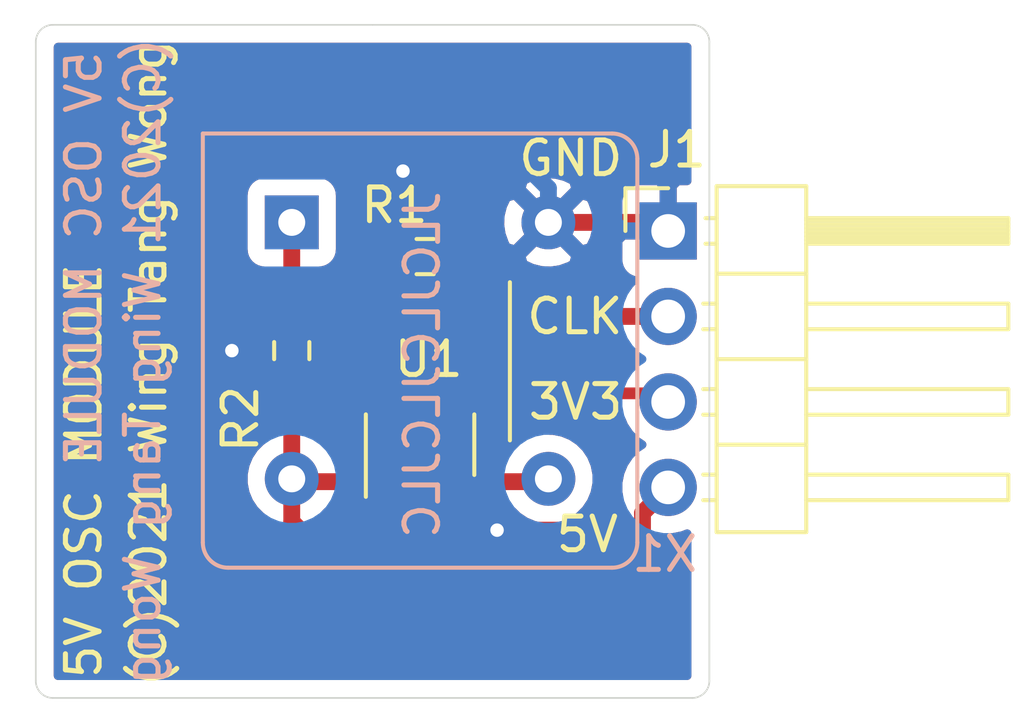
<source format=kicad_pcb>
(kicad_pcb (version 20171130) (host pcbnew "(5.1.9-0-10_14)")

  (general
    (thickness 1.6)
    (drawings 19)
    (tracks 48)
    (zones 0)
    (modules 5)
    (nets 8)
  )

  (page A4)
  (layers
    (0 F.Cu signal)
    (31 B.Cu signal)
    (32 B.Adhes user)
    (33 F.Adhes user)
    (34 B.Paste user)
    (35 F.Paste user)
    (36 B.SilkS user)
    (37 F.SilkS user)
    (38 B.Mask user)
    (39 F.Mask user)
    (40 Dwgs.User user)
    (41 Cmts.User user)
    (42 Eco1.User user)
    (43 Eco2.User user)
    (44 Edge.Cuts user)
    (45 Margin user)
    (46 B.CrtYd user)
    (47 F.CrtYd user)
    (48 B.Fab user hide)
    (49 F.Fab user hide)
  )

  (setup
    (last_trace_width 0.25)
    (user_trace_width 0.35)
    (user_trace_width 0.5)
    (trace_clearance 0.2)
    (zone_clearance 0.508)
    (zone_45_only no)
    (trace_min 0.2)
    (via_size 0.8)
    (via_drill 0.4)
    (via_min_size 0.4)
    (via_min_drill 0.3)
    (uvia_size 0.3)
    (uvia_drill 0.1)
    (uvias_allowed no)
    (uvia_min_size 0.2)
    (uvia_min_drill 0.1)
    (edge_width 0.05)
    (segment_width 0.2)
    (pcb_text_width 0.3)
    (pcb_text_size 1.5 1.5)
    (mod_edge_width 0.12)
    (mod_text_size 1 1)
    (mod_text_width 0.15)
    (pad_size 1.524 1.524)
    (pad_drill 0.762)
    (pad_to_mask_clearance 0)
    (aux_axis_origin 0 0)
    (visible_elements FFFFFF7F)
    (pcbplotparams
      (layerselection 0x010fc_ffffffff)
      (usegerberextensions false)
      (usegerberattributes true)
      (usegerberadvancedattributes true)
      (creategerberjobfile true)
      (excludeedgelayer true)
      (linewidth 0.100000)
      (plotframeref false)
      (viasonmask false)
      (mode 1)
      (useauxorigin false)
      (hpglpennumber 1)
      (hpglpenspeed 20)
      (hpglpendiameter 15.000000)
      (psnegative false)
      (psa4output false)
      (plotreference true)
      (plotvalue true)
      (plotinvisibletext false)
      (padsonsilk false)
      (subtractmaskfromsilk false)
      (outputformat 1)
      (mirror false)
      (drillshape 0)
      (scaleselection 1)
      (outputdirectory ""))
  )

  (net 0 "")
  (net 1 "Net-(R1-Pad1)")
  (net 2 /3V3)
  (net 3 /CLK_OUT)
  (net 4 /5V)
  (net 5 /OSC-EN)
  (net 6 /GND)
  (net 7 /CLK-TO-LS)

  (net_class Default "This is the default net class."
    (clearance 0.2)
    (trace_width 0.25)
    (via_dia 0.8)
    (via_drill 0.4)
    (uvia_dia 0.3)
    (uvia_drill 0.1)
    (add_net /3V3)
    (add_net /5V)
    (add_net /CLK-TO-LS)
    (add_net /CLK_OUT)
    (add_net /GND)
    (add_net /OSC-EN)
    (add_net "Net-(R1-Pad1)")
  )

  (module Connector_PinHeader_2.54mm:PinHeader_1x04_P2.54mm_Horizontal (layer F.Cu) (tedit 59FED5CB) (tstamp 613C3879)
    (at 8.776 -3.876)
    (descr "Through hole angled pin header, 1x04, 2.54mm pitch, 6mm pin length, single row")
    (tags "Through hole angled pin header THT 1x04 2.54mm single row")
    (path /613BF278)
    (fp_text reference J1 (at 0.254 -2.413) (layer F.SilkS)
      (effects (font (size 1 1) (thickness 0.15)))
    )
    (fp_text value Conn_01x04 (at 4.385 9.89) (layer F.Fab)
      (effects (font (size 1 1) (thickness 0.15)))
    )
    (fp_text user %R (at 2.77 3.81 90) (layer F.Fab)
      (effects (font (size 1 1) (thickness 0.15)))
    )
    (fp_line (start 2.135 -1.27) (end 4.04 -1.27) (layer F.Fab) (width 0.1))
    (fp_line (start 4.04 -1.27) (end 4.04 8.89) (layer F.Fab) (width 0.1))
    (fp_line (start 4.04 8.89) (end 1.5 8.89) (layer F.Fab) (width 0.1))
    (fp_line (start 1.5 8.89) (end 1.5 -0.635) (layer F.Fab) (width 0.1))
    (fp_line (start 1.5 -0.635) (end 2.135 -1.27) (layer F.Fab) (width 0.1))
    (fp_line (start -0.32 -0.32) (end 1.5 -0.32) (layer F.Fab) (width 0.1))
    (fp_line (start -0.32 -0.32) (end -0.32 0.32) (layer F.Fab) (width 0.1))
    (fp_line (start -0.32 0.32) (end 1.5 0.32) (layer F.Fab) (width 0.1))
    (fp_line (start 4.04 -0.32) (end 10.04 -0.32) (layer F.Fab) (width 0.1))
    (fp_line (start 10.04 -0.32) (end 10.04 0.32) (layer F.Fab) (width 0.1))
    (fp_line (start 4.04 0.32) (end 10.04 0.32) (layer F.Fab) (width 0.1))
    (fp_line (start -0.32 2.22) (end 1.5 2.22) (layer F.Fab) (width 0.1))
    (fp_line (start -0.32 2.22) (end -0.32 2.86) (layer F.Fab) (width 0.1))
    (fp_line (start -0.32 2.86) (end 1.5 2.86) (layer F.Fab) (width 0.1))
    (fp_line (start 4.04 2.22) (end 10.04 2.22) (layer F.Fab) (width 0.1))
    (fp_line (start 10.04 2.22) (end 10.04 2.86) (layer F.Fab) (width 0.1))
    (fp_line (start 4.04 2.86) (end 10.04 2.86) (layer F.Fab) (width 0.1))
    (fp_line (start -0.32 4.76) (end 1.5 4.76) (layer F.Fab) (width 0.1))
    (fp_line (start -0.32 4.76) (end -0.32 5.4) (layer F.Fab) (width 0.1))
    (fp_line (start -0.32 5.4) (end 1.5 5.4) (layer F.Fab) (width 0.1))
    (fp_line (start 4.04 4.76) (end 10.04 4.76) (layer F.Fab) (width 0.1))
    (fp_line (start 10.04 4.76) (end 10.04 5.4) (layer F.Fab) (width 0.1))
    (fp_line (start 4.04 5.4) (end 10.04 5.4) (layer F.Fab) (width 0.1))
    (fp_line (start -0.32 7.3) (end 1.5 7.3) (layer F.Fab) (width 0.1))
    (fp_line (start -0.32 7.3) (end -0.32 7.94) (layer F.Fab) (width 0.1))
    (fp_line (start -0.32 7.94) (end 1.5 7.94) (layer F.Fab) (width 0.1))
    (fp_line (start 4.04 7.3) (end 10.04 7.3) (layer F.Fab) (width 0.1))
    (fp_line (start 10.04 7.3) (end 10.04 7.94) (layer F.Fab) (width 0.1))
    (fp_line (start 4.04 7.94) (end 10.04 7.94) (layer F.Fab) (width 0.1))
    (fp_line (start 1.44 -1.33) (end 1.44 8.95) (layer F.SilkS) (width 0.12))
    (fp_line (start 1.44 8.95) (end 4.1 8.95) (layer F.SilkS) (width 0.12))
    (fp_line (start 4.1 8.95) (end 4.1 -1.33) (layer F.SilkS) (width 0.12))
    (fp_line (start 4.1 -1.33) (end 1.44 -1.33) (layer F.SilkS) (width 0.12))
    (fp_line (start 4.1 -0.38) (end 10.1 -0.38) (layer F.SilkS) (width 0.12))
    (fp_line (start 10.1 -0.38) (end 10.1 0.38) (layer F.SilkS) (width 0.12))
    (fp_line (start 10.1 0.38) (end 4.1 0.38) (layer F.SilkS) (width 0.12))
    (fp_line (start 4.1 -0.32) (end 10.1 -0.32) (layer F.SilkS) (width 0.12))
    (fp_line (start 4.1 -0.2) (end 10.1 -0.2) (layer F.SilkS) (width 0.12))
    (fp_line (start 4.1 -0.08) (end 10.1 -0.08) (layer F.SilkS) (width 0.12))
    (fp_line (start 4.1 0.04) (end 10.1 0.04) (layer F.SilkS) (width 0.12))
    (fp_line (start 4.1 0.16) (end 10.1 0.16) (layer F.SilkS) (width 0.12))
    (fp_line (start 4.1 0.28) (end 10.1 0.28) (layer F.SilkS) (width 0.12))
    (fp_line (start 1.11 -0.38) (end 1.44 -0.38) (layer F.SilkS) (width 0.12))
    (fp_line (start 1.11 0.38) (end 1.44 0.38) (layer F.SilkS) (width 0.12))
    (fp_line (start 1.44 1.27) (end 4.1 1.27) (layer F.SilkS) (width 0.12))
    (fp_line (start 4.1 2.16) (end 10.1 2.16) (layer F.SilkS) (width 0.12))
    (fp_line (start 10.1 2.16) (end 10.1 2.92) (layer F.SilkS) (width 0.12))
    (fp_line (start 10.1 2.92) (end 4.1 2.92) (layer F.SilkS) (width 0.12))
    (fp_line (start 1.042929 2.16) (end 1.44 2.16) (layer F.SilkS) (width 0.12))
    (fp_line (start 1.042929 2.92) (end 1.44 2.92) (layer F.SilkS) (width 0.12))
    (fp_line (start 1.44 3.81) (end 4.1 3.81) (layer F.SilkS) (width 0.12))
    (fp_line (start 4.1 4.7) (end 10.1 4.7) (layer F.SilkS) (width 0.12))
    (fp_line (start 10.1 4.7) (end 10.1 5.46) (layer F.SilkS) (width 0.12))
    (fp_line (start 10.1 5.46) (end 4.1 5.46) (layer F.SilkS) (width 0.12))
    (fp_line (start 1.042929 4.7) (end 1.44 4.7) (layer F.SilkS) (width 0.12))
    (fp_line (start 1.042929 5.46) (end 1.44 5.46) (layer F.SilkS) (width 0.12))
    (fp_line (start 1.44 6.35) (end 4.1 6.35) (layer F.SilkS) (width 0.12))
    (fp_line (start 4.1 7.24) (end 10.1 7.24) (layer F.SilkS) (width 0.12))
    (fp_line (start 10.1 7.24) (end 10.1 8) (layer F.SilkS) (width 0.12))
    (fp_line (start 10.1 8) (end 4.1 8) (layer F.SilkS) (width 0.12))
    (fp_line (start 1.042929 7.24) (end 1.44 7.24) (layer F.SilkS) (width 0.12))
    (fp_line (start 1.042929 8) (end 1.44 8) (layer F.SilkS) (width 0.12))
    (fp_line (start -1.27 0) (end -1.27 -1.27) (layer F.SilkS) (width 0.12))
    (fp_line (start -1.27 -1.27) (end 0 -1.27) (layer F.SilkS) (width 0.12))
    (fp_line (start -1.8 -1.8) (end -1.8 9.4) (layer F.CrtYd) (width 0.05))
    (fp_line (start -1.8 9.4) (end 10.55 9.4) (layer F.CrtYd) (width 0.05))
    (fp_line (start 10.55 9.4) (end 10.55 -1.8) (layer F.CrtYd) (width 0.05))
    (fp_line (start 10.55 -1.8) (end -1.8 -1.8) (layer F.CrtYd) (width 0.05))
    (pad 4 thru_hole oval (at 0 7.62) (size 1.7 1.7) (drill 1) (layers *.Cu *.Mask)
      (net 4 /5V))
    (pad 3 thru_hole oval (at 0 5.08) (size 1.7 1.7) (drill 1) (layers *.Cu *.Mask)
      (net 2 /3V3))
    (pad 2 thru_hole oval (at 0 2.54) (size 1.7 1.7) (drill 1) (layers *.Cu *.Mask)
      (net 3 /CLK_OUT))
    (pad 1 thru_hole rect (at 0 0) (size 1.7 1.7) (drill 1) (layers *.Cu *.Mask)
      (net 6 /GND))
    (model ${KISYS3DMOD}/Connector_PinHeader_2.54mm.3dshapes/PinHeader_1x04_P2.54mm_Horizontal.wrl
      (at (xyz 0 0 0))
      (scale (xyz 1 1 1))
      (rotate (xyz 0 0 0))
    )
  )

  (module Resistor_SMD:R_0603_1608Metric_Pad0.98x0.95mm_HandSolder (layer F.Cu) (tedit 5F68FEEE) (tstamp 613BD50D)
    (at -2.4 -0.32 270)
    (descr "Resistor SMD 0603 (1608 Metric), square (rectangular) end terminal, IPC_7351 nominal with elongated pad for handsoldering. (Body size source: IPC-SM-782 page 72, https://www.pcb-3d.com/wordpress/wp-content/uploads/ipc-sm-782a_amendment_1_and_2.pdf), generated with kicad-footprint-generator")
    (tags "resistor handsolder")
    (path /613BD565)
    (attr smd)
    (fp_text reference R2 (at 2.032 1.524 90) (layer F.SilkS)
      (effects (font (size 1 1) (thickness 0.15)))
    )
    (fp_text value 22 (at 0 1.43 90) (layer F.Fab)
      (effects (font (size 1 1) (thickness 0.15)))
    )
    (fp_text user %R (at 0 0 90) (layer F.Fab)
      (effects (font (size 0.4 0.4) (thickness 0.06)))
    )
    (fp_line (start -0.8 0.4125) (end -0.8 -0.4125) (layer F.Fab) (width 0.1))
    (fp_line (start -0.8 -0.4125) (end 0.8 -0.4125) (layer F.Fab) (width 0.1))
    (fp_line (start 0.8 -0.4125) (end 0.8 0.4125) (layer F.Fab) (width 0.1))
    (fp_line (start 0.8 0.4125) (end -0.8 0.4125) (layer F.Fab) (width 0.1))
    (fp_line (start -0.254724 -0.5225) (end 0.254724 -0.5225) (layer F.SilkS) (width 0.12))
    (fp_line (start -0.254724 0.5225) (end 0.254724 0.5225) (layer F.SilkS) (width 0.12))
    (fp_line (start -1.65 0.73) (end -1.65 -0.73) (layer F.CrtYd) (width 0.05))
    (fp_line (start -1.65 -0.73) (end 1.65 -0.73) (layer F.CrtYd) (width 0.05))
    (fp_line (start 1.65 -0.73) (end 1.65 0.73) (layer F.CrtYd) (width 0.05))
    (fp_line (start 1.65 0.73) (end -1.65 0.73) (layer F.CrtYd) (width 0.05))
    (pad 2 smd roundrect (at 0.9125 0 270) (size 0.975 0.95) (layers F.Cu F.Paste F.Mask) (roundrect_rratio 0.25)
      (net 4 /5V))
    (pad 1 smd roundrect (at -0.9125 0 270) (size 0.975 0.95) (layers F.Cu F.Paste F.Mask) (roundrect_rratio 0.25)
      (net 5 /OSC-EN))
    (model ${KISYS3DMOD}/Resistor_SMD.3dshapes/R_0603_1608Metric.wrl
      (at (xyz 0 0 0))
      (scale (xyz 1 1 1))
      (rotate (xyz 0 0 0))
    )
  )

  (module Resistor_SMD:R_0603_1608Metric_Pad0.98x0.95mm_HandSolder (layer F.Cu) (tedit 5F68FEEE) (tstamp 613C2DDB)
    (at 1.5605 -3.114 180)
    (descr "Resistor SMD 0603 (1608 Metric), square (rectangular) end terminal, IPC_7351 nominal with elongated pad for handsoldering. (Body size source: IPC-SM-782 page 72, https://www.pcb-3d.com/wordpress/wp-content/uploads/ipc-sm-782a_amendment_1_and_2.pdf), generated with kicad-footprint-generator")
    (tags "resistor handsolder")
    (path /613BD220)
    (attr smd)
    (fp_text reference R1 (at 0.9125 1.524) (layer F.SilkS)
      (effects (font (size 1 1) (thickness 0.15)))
    )
    (fp_text value 22 (at 0 1.43) (layer F.Fab)
      (effects (font (size 1 1) (thickness 0.15)))
    )
    (fp_line (start 1.65 0.73) (end -1.65 0.73) (layer F.CrtYd) (width 0.05))
    (fp_line (start 1.65 -0.73) (end 1.65 0.73) (layer F.CrtYd) (width 0.05))
    (fp_line (start -1.65 -0.73) (end 1.65 -0.73) (layer F.CrtYd) (width 0.05))
    (fp_line (start -1.65 0.73) (end -1.65 -0.73) (layer F.CrtYd) (width 0.05))
    (fp_line (start -0.254724 0.5225) (end 0.254724 0.5225) (layer F.SilkS) (width 0.12))
    (fp_line (start -0.254724 -0.5225) (end 0.254724 -0.5225) (layer F.SilkS) (width 0.12))
    (fp_line (start 0.8 0.4125) (end -0.8 0.4125) (layer F.Fab) (width 0.1))
    (fp_line (start 0.8 -0.4125) (end 0.8 0.4125) (layer F.Fab) (width 0.1))
    (fp_line (start -0.8 -0.4125) (end 0.8 -0.4125) (layer F.Fab) (width 0.1))
    (fp_line (start -0.8 0.4125) (end -0.8 -0.4125) (layer F.Fab) (width 0.1))
    (fp_text user %R (at 0 0) (layer F.Fab)
      (effects (font (size 0.4 0.4) (thickness 0.06)))
    )
    (pad 2 smd roundrect (at 0.9125 0 180) (size 0.975 0.95) (layers F.Cu F.Paste F.Mask) (roundrect_rratio 0.25)
      (net 4 /5V))
    (pad 1 smd roundrect (at -0.9125 0 180) (size 0.975 0.95) (layers F.Cu F.Paste F.Mask) (roundrect_rratio 0.25)
      (net 1 "Net-(R1-Pad1)"))
    (model ${KISYS3DMOD}/Resistor_SMD.3dshapes/R_0603_1608Metric.wrl
      (at (xyz 0 0 0))
      (scale (xyz 1 1 1))
      (rotate (xyz 0 0 0))
    )
  )

  (module Package_TO_SOT_SMD:SOT-23-6 (layer F.Cu) (tedit 5A02FF57) (tstamp 613C2D08)
    (at 1.41 2.474 90)
    (descr "6-pin SOT-23 package")
    (tags SOT-23-6)
    (path /613BEF8A)
    (attr smd)
    (fp_text reference U1 (at 2.54 0.254 180) (layer F.SilkS)
      (effects (font (size 1 1) (thickness 0.15)))
    )
    (fp_text value SN74LVC1T45DBV (at 0 2.9 90) (layer F.Fab)
      (effects (font (size 1 1) (thickness 0.15)))
    )
    (fp_text user %R (at 0 0) (layer F.Fab)
      (effects (font (size 0.5 0.5) (thickness 0.075)))
    )
    (fp_line (start -0.9 1.61) (end 0.9 1.61) (layer F.SilkS) (width 0.12))
    (fp_line (start 0.9 -1.61) (end -1.55 -1.61) (layer F.SilkS) (width 0.12))
    (fp_line (start 1.9 -1.8) (end -1.9 -1.8) (layer F.CrtYd) (width 0.05))
    (fp_line (start 1.9 1.8) (end 1.9 -1.8) (layer F.CrtYd) (width 0.05))
    (fp_line (start -1.9 1.8) (end 1.9 1.8) (layer F.CrtYd) (width 0.05))
    (fp_line (start -1.9 -1.8) (end -1.9 1.8) (layer F.CrtYd) (width 0.05))
    (fp_line (start -0.9 -0.9) (end -0.25 -1.55) (layer F.Fab) (width 0.1))
    (fp_line (start 0.9 -1.55) (end -0.25 -1.55) (layer F.Fab) (width 0.1))
    (fp_line (start -0.9 -0.9) (end -0.9 1.55) (layer F.Fab) (width 0.1))
    (fp_line (start 0.9 1.55) (end -0.9 1.55) (layer F.Fab) (width 0.1))
    (fp_line (start 0.9 -1.55) (end 0.9 1.55) (layer F.Fab) (width 0.1))
    (pad 1 smd rect (at -1.1 -0.95 90) (size 1.06 0.65) (layers F.Cu F.Paste F.Mask)
      (net 4 /5V))
    (pad 2 smd rect (at -1.1 0 90) (size 1.06 0.65) (layers F.Cu F.Paste F.Mask)
      (net 6 /GND))
    (pad 3 smd rect (at -1.1 0.95 90) (size 1.06 0.65) (layers F.Cu F.Paste F.Mask)
      (net 7 /CLK-TO-LS))
    (pad 4 smd rect (at 1.1 0.95 90) (size 1.06 0.65) (layers F.Cu F.Paste F.Mask)
      (net 3 /CLK_OUT))
    (pad 6 smd rect (at 1.1 -0.95 90) (size 1.06 0.65) (layers F.Cu F.Paste F.Mask)
      (net 2 /3V3))
    (pad 5 smd rect (at 1.1 0 90) (size 1.06 0.65) (layers F.Cu F.Paste F.Mask)
      (net 1 "Net-(R1-Pad1)"))
    (model ${KISYS3DMOD}/Package_TO_SOT_SMD.3dshapes/SOT-23-6.wrl
      (at (xyz 0 0 0))
      (scale (xyz 1 1 1))
      (rotate (xyz 0 0 0))
    )
  )

  (module Oscillator:Oscillator_DIP-8 locked (layer B.Cu) (tedit 58CD3344) (tstamp 613BD73D)
    (at -2.4 -4.13)
    (descr "Oscillator, DIP8,http://cdn-reichelt.de/documents/datenblatt/B400/OSZI.pdf")
    (tags oscillator)
    (path /613BE4A1)
    (fp_text reference X1 (at 11.075 9.855) (layer B.SilkS)
      (effects (font (size 1 1) (thickness 0.15)) (justify mirror))
    )
    (fp_text value CXO_DIP8 (at 3.81 -3.74) (layer B.Fab)
      (effects (font (size 1 1) (thickness 0.15)) (justify mirror))
    )
    (fp_text user %R (at 3.81 3.81) (layer B.Fab)
      (effects (font (size 1 1) (thickness 0.15)) (justify mirror))
    )
    (fp_arc (start 8.81 -1.19) (end 9.16 -1.19) (angle -90) (layer B.Fab) (width 0.1))
    (fp_arc (start 8.81 8.81) (end 8.81 9.16) (angle -90) (layer B.Fab) (width 0.1))
    (fp_arc (start -1.19 8.81) (end -1.54 8.81) (angle -90) (layer B.Fab) (width 0.1))
    (fp_arc (start 9.51 -1.89) (end 10.26 -1.89) (angle -90) (layer B.SilkS) (width 0.12))
    (fp_arc (start 9.51 9.51) (end 9.51 10.26) (angle -90) (layer B.SilkS) (width 0.12))
    (fp_arc (start -1.89 9.51) (end -2.64 9.51) (angle -90) (layer B.SilkS) (width 0.12))
    (fp_arc (start 9.51 -1.89) (end 10.16 -1.89) (angle -90) (layer B.Fab) (width 0.1))
    (fp_arc (start 9.51 9.51) (end 9.51 10.16) (angle -90) (layer B.Fab) (width 0.1))
    (fp_arc (start -1.89 9.51) (end -2.54 9.51) (angle -90) (layer B.Fab) (width 0.1))
    (fp_line (start -2.54 -2.54) (end -2.54 9.51) (layer B.Fab) (width 0.1))
    (fp_line (start -1.89 10.16) (end 9.51 10.16) (layer B.Fab) (width 0.1))
    (fp_line (start 10.16 9.51) (end 10.16 -1.89) (layer B.Fab) (width 0.1))
    (fp_line (start -2.54 -2.54) (end 9.51 -2.54) (layer B.Fab) (width 0.1))
    (fp_line (start -2.64 -2.64) (end 9.51 -2.64) (layer B.SilkS) (width 0.12))
    (fp_line (start 10.26 -1.89) (end 10.26 9.51) (layer B.SilkS) (width 0.12))
    (fp_line (start 9.51 10.26) (end -1.89 10.26) (layer B.SilkS) (width 0.12))
    (fp_line (start -2.64 9.51) (end -2.64 -2.64) (layer B.SilkS) (width 0.12))
    (fp_line (start -1.54 -1.54) (end 8.81 -1.54) (layer B.Fab) (width 0.1))
    (fp_line (start -1.54 -1.54) (end -1.54 8.81) (layer B.Fab) (width 0.1))
    (fp_line (start -1.19 9.16) (end 8.81 9.16) (layer B.Fab) (width 0.1))
    (fp_line (start 9.16 -1.19) (end 9.16 8.81) (layer B.Fab) (width 0.1))
    (fp_line (start -2.79 -2.79) (end 10.41 -2.79) (layer B.CrtYd) (width 0.05))
    (fp_line (start -2.79 10.41) (end -2.79 -2.79) (layer B.CrtYd) (width 0.05))
    (fp_line (start 10.41 10.41) (end -2.79 10.41) (layer B.CrtYd) (width 0.05))
    (fp_line (start 10.41 -2.79) (end 10.41 10.41) (layer B.CrtYd) (width 0.05))
    (pad 1 thru_hole rect (at 0 0) (size 1.6 1.6) (drill 0.8) (layers *.Cu *.Mask)
      (net 5 /OSC-EN))
    (pad 8 thru_hole circle (at 0 7.62) (size 1.6 1.6) (drill 0.8) (layers *.Cu *.Mask)
      (net 4 /5V))
    (pad 5 thru_hole circle (at 7.62 7.62) (size 1.6 1.6) (drill 0.8) (layers *.Cu *.Mask)
      (net 7 /CLK-TO-LS))
    (pad 4 thru_hole circle (at 7.62 0) (size 1.6 1.6) (drill 0.8) (layers *.Cu *.Mask)
      (net 6 /GND))
    (model ${KISYS3DMOD}/Oscillator.3dshapes/Oscillator_DIP-8.wrl
      (at (xyz 0 0 0))
      (scale (xyz 1 1 1))
      (rotate (xyz 0 0 0))
    )
  )

  (gr_text "(C)2021 Wing Tang Wong" (at -6.65 0.05 90) (layer F.SilkS) (tstamp 613C4680)
    (effects (font (size 1 1) (thickness 0.15)))
  )
  (gr_text "(C)2021 Wing Tang Wong" (at -6.825 0 90) (layer B.SilkS)
    (effects (font (size 1 1) (thickness 0.15)) (justify mirror))
  )
  (gr_text JLCJLCJLCJLC (at 1.475 0.1 90) (layer B.SilkS)
    (effects (font (size 1 1) (thickness 0.15)) (justify mirror))
  )
  (gr_text "5V OSC MODULE" (at -8.575 -9.3 90) (layer B.SilkS) (tstamp 613C46FB)
    (effects (font (size 1 1) (thickness 0.15)) (justify left mirror))
  )
  (gr_text "5V OSC MODULE" (at -8.575 9.5 90) (layer F.SilkS)
    (effects (font (size 1 1) (thickness 0.15)) (justify left))
  )
  (gr_arc (start -9.492 9.492) (end -10 9.492) (angle -90) (layer Edge.Cuts) (width 0.05) (tstamp 613C430E))
  (gr_arc (start 9.492 9.492) (end 9.492 10) (angle -90) (layer Edge.Cuts) (width 0.05) (tstamp 613C430E))
  (gr_arc (start 9.492 -9.492) (end 10 -9.492) (angle -90) (layer Edge.Cuts) (width 0.05) (tstamp 613C430E))
  (gr_arc (start -9.492 -9.492) (end -9.492 -10) (angle -90) (layer Edge.Cuts) (width 0.05) (tstamp 613C430E))
  (gr_line (start 9.492 -10) (end 0 -10) (layer Edge.Cuts) (width 0.05) (tstamp 613C4147))
  (gr_line (start 10 9.492) (end 10 -9.492) (layer Edge.Cuts) (width 0.05))
  (gr_line (start -9.492 10) (end 9.492 10) (layer Edge.Cuts) (width 0.05))
  (gr_line (start -10 -9.492) (end -10 9.492) (layer Edge.Cuts) (width 0.05))
  (gr_line (start 0 -10) (end -9.492 -10) (layer Edge.Cuts) (width 0.05))
  (gr_line (start 4.077 -2.352) (end 4.077 2.347) (layer F.SilkS) (width 0.12))
  (gr_text 5V (at 7.379 5.141) (layer F.SilkS)
    (effects (font (size 1 1) (thickness 0.15)) (justify right))
  )
  (gr_text 3V3 (at 7.506 1.204) (layer F.SilkS)
    (effects (font (size 1 1) (thickness 0.15)) (justify right))
  )
  (gr_text CLK (at 7.506 -1.336) (layer F.SilkS)
    (effects (font (size 1 1) (thickness 0.15)) (justify right))
  )
  (gr_text GND (at 7.506 -6.035) (layer F.SilkS)
    (effects (font (size 1 1) (thickness 0.15)) (justify right))
  )

  (segment (start 1.41 1.374) (end 1.41 -1.082) (width 0.5) (layer F.Cu) (net 1))
  (segment (start 2.473 -2.145) (end 2.473 -3.114) (width 0.5) (layer F.Cu) (net 1))
  (segment (start 1.41 -1.082) (end 2.473 -2.145) (width 0.5) (layer F.Cu) (net 1))
  (segment (start 0.46 2.254) (end 0.68 2.474) (width 0.35) (layer F.Cu) (net 2))
  (segment (start 0.46 1.374) (end 0.46 2.254) (width 0.35) (layer F.Cu) (net 2))
  (segment (start 0.68 2.474) (end 3.696 2.474) (width 0.35) (layer F.Cu) (net 2))
  (segment (start 3.696 2.474) (end 5.22 0.95) (width 0.35) (layer F.Cu) (net 2))
  (segment (start 8.522 0.95) (end 8.776 1.204) (width 0.35) (layer F.Cu) (net 2))
  (segment (start 5.22 0.95) (end 8.522 0.95) (width 0.35) (layer F.Cu) (net 2))
  (segment (start 2.36 1.374) (end 3.272 1.374) (width 0.5) (layer F.Cu) (net 3))
  (segment (start 5.982 -1.336) (end 8.776 -1.336) (width 0.5) (layer F.Cu) (net 3))
  (segment (start 4.077 0.569) (end 4.077 -0.955) (width 0.5) (layer F.Cu) (net 3))
  (segment (start 3.272 1.374) (end 4.077 0.569) (width 0.5) (layer F.Cu) (net 3))
  (segment (start 4.458 -1.336) (end 5.982 -1.336) (width 0.5) (layer F.Cu) (net 3))
  (segment (start 4.077 -0.955) (end 4.458 -1.336) (width 0.5) (layer F.Cu) (net 3))
  (segment (start -2.4 0.5925) (end -2.4 3.49) (width 0.5) (layer F.Cu) (net 4))
  (segment (start -2.316 3.574) (end -2.4 3.49) (width 0.5) (layer F.Cu) (net 4))
  (segment (start 0.46 3.574) (end -2.316 3.574) (width 0.5) (layer F.Cu) (net 4))
  (segment (start -1.7885 0.5925) (end -2.4 0.5925) (width 0.5) (layer F.Cu) (net 4))
  (segment (start -0.622 -0.574) (end -1.7885 0.5925) (width 0.5) (layer F.Cu) (net 4))
  (segment (start -0.622 -1.844) (end -0.622 -0.574) (width 0.5) (layer F.Cu) (net 4))
  (segment (start 0.648 -3.114) (end -0.622 -1.844) (width 0.5) (layer F.Cu) (net 4))
  (segment (start -2.4 3.49) (end -2.4 4.76) (width 0.5) (layer F.Cu) (net 4))
  (segment (start -1.041999 6.118001) (end 7.417999 6.118001) (width 0.5) (layer F.Cu) (net 4))
  (segment (start -2.4 4.76) (end -1.041999 6.118001) (width 0.5) (layer F.Cu) (net 4))
  (segment (start 7.417999 6.118001) (end 8.014 5.522) (width 0.5) (layer F.Cu) (net 4))
  (segment (start 8.014 4.506) (end 8.776 3.744) (width 0.5) (layer F.Cu) (net 4))
  (segment (start 8.014 5.522) (end 8.014 4.506) (width 0.5) (layer F.Cu) (net 4))
  (segment (start -2.4 -1.2325) (end -2.4 -4.13) (width 0.5) (layer F.Cu) (net 5))
  (via (at 3.696 5.014) (size 0.8) (drill 0.4) (layers F.Cu B.Cu) (net 6))
  (segment (start 5.22 -5.146) (end 5.22 -4.13) (width 0.5) (layer B.Cu) (net 6))
  (segment (start -4.178 -5.654) (end 0.902 -5.654) (width 0.5) (layer B.Cu) (net 6))
  (segment (start 4.712 -5.654) (end 5.22 -5.146) (width 0.5) (layer B.Cu) (net 6))
  (segment (start 8.522 -4.13) (end 8.776 -3.876) (width 0.5) (layer F.Cu) (net 6))
  (segment (start 5.22 -4.13) (end 8.522 -4.13) (width 0.5) (layer F.Cu) (net 6))
  (segment (start 0.902 -5.654) (end 4.712 -5.654) (width 0.5) (layer B.Cu) (net 6) (tstamp 613C3A5B))
  (via (at 0.902 -5.654) (size 0.8) (drill 0.4) (layers F.Cu B.Cu) (net 6))
  (segment (start -4.178 -0.32) (end -4.178 -5.654) (width 0.5) (layer B.Cu) (net 6) (tstamp 613C3A5D))
  (via (at -4.178 -0.32) (size 0.8) (drill 0.4) (layers F.Cu B.Cu) (net 6))
  (segment (start 1.41 4.604) (end 1.41 3.574) (width 0.5) (layer F.Cu) (net 6))
  (segment (start 1.82 5.014) (end 1.41 4.604) (width 0.5) (layer F.Cu) (net 6))
  (segment (start 3.696 5.014) (end 1.82 5.014) (width 0.5) (layer F.Cu) (net 6))
  (segment (start 3.442 5.268) (end 3.696 5.014) (width 0.5) (layer B.Cu) (net 6))
  (segment (start -4.178 5.268) (end 3.442 5.268) (width 0.5) (layer B.Cu) (net 6))
  (segment (start -4.178 -0.32) (end -4.178 5.268) (width 0.5) (layer B.Cu) (net 6))
  (segment (start 3.696 5.014) (end 6.236 5.014) (width 0.5) (layer F.Cu) (net 6))
  (segment (start 5.136 3.574) (end 5.22 3.49) (width 0.5) (layer F.Cu) (net 7))
  (segment (start 2.36 3.574) (end 5.136 3.574) (width 0.5) (layer F.Cu) (net 7))

  (zone (net 6) (net_name /GND) (layer F.Cu) (tstamp 613C4145) (hatch edge 0.508)
    (connect_pads (clearance 0.508))
    (min_thickness 0.254)
    (fill yes (arc_segments 32) (thermal_gap 0.508) (thermal_bridge_width 0.508))
    (polygon
      (pts
        (xy 10.9875 10.6025) (xy -10.7125 10.7775) (xy -10.75 -10.5625) (xy 10.95 -10.7375)
      )
    )
    (filled_polygon
      (pts
        (xy 9.340001 -5.362515) (xy 9.06175 -5.361) (xy 8.903 -5.20225) (xy 8.903 -4.003) (xy 8.923 -4.003)
        (xy 8.923 -3.749) (xy 8.903 -3.749) (xy 8.903 -3.729) (xy 8.649 -3.729) (xy 8.649 -3.749)
        (xy 7.44975 -3.749) (xy 7.291 -3.59025) (xy 7.287928 -3.026) (xy 7.300188 -2.901518) (xy 7.336498 -2.78182)
        (xy 7.395463 -2.671506) (xy 7.474815 -2.574815) (xy 7.571506 -2.495463) (xy 7.68182 -2.436498) (xy 7.75438 -2.414487)
        (xy 7.622525 -2.282632) (xy 7.581344 -2.221) (xy 4.501465 -2.221) (xy 4.457999 -2.225281) (xy 4.414533 -2.221)
        (xy 4.414523 -2.221) (xy 4.28451 -2.208195) (xy 4.117687 -2.157589) (xy 3.963941 -2.075411) (xy 3.829183 -1.964817)
        (xy 3.801466 -1.931044) (xy 3.481952 -1.61153) (xy 3.448184 -1.583817) (xy 3.420471 -1.550049) (xy 3.420468 -1.550046)
        (xy 3.33759 -1.449059) (xy 3.255412 -1.295313) (xy 3.204805 -1.12849) (xy 3.187719 -0.955) (xy 3.192001 -0.911521)
        (xy 3.192 0.202421) (xy 3.062268 0.332153) (xy 3.039494 0.313463) (xy 2.92918 0.254498) (xy 2.809482 0.218188)
        (xy 2.685 0.205928) (xy 2.295 0.205928) (xy 2.295 -0.715422) (xy 3.06805 -1.488471) (xy 3.101817 -1.516183)
        (xy 3.150957 -1.576059) (xy 3.21241 -1.65094) (xy 3.212411 -1.650941) (xy 3.294589 -1.804687) (xy 3.345195 -1.97151)
        (xy 3.358 -2.101523) (xy 3.358 -2.101533) (xy 3.362281 -2.144999) (xy 3.358 -2.188466) (xy 3.358 -2.276723)
        (xy 3.451012 -2.390058) (xy 3.531923 -2.541433) (xy 3.581748 -2.705684) (xy 3.598572 -2.8765) (xy 3.598572 -3.137298)
        (xy 4.406903 -3.137298) (xy 4.478486 -2.893329) (xy 4.733996 -2.772429) (xy 5.008184 -2.7037) (xy 5.290512 -2.689783)
        (xy 5.57013 -2.731213) (xy 5.836292 -2.826397) (xy 5.961514 -2.893329) (xy 6.033097 -3.137298) (xy 5.22 -3.950395)
        (xy 4.406903 -3.137298) (xy 3.598572 -3.137298) (xy 3.598572 -3.3515) (xy 3.581748 -3.522316) (xy 3.531923 -3.686567)
        (xy 3.451012 -3.837942) (xy 3.342123 -3.970623) (xy 3.233842 -4.059488) (xy 3.779783 -4.059488) (xy 3.821213 -3.77987)
        (xy 3.916397 -3.513708) (xy 3.983329 -3.388486) (xy 4.227298 -3.316903) (xy 5.040395 -4.13) (xy 5.399605 -4.13)
        (xy 6.212702 -3.316903) (xy 6.456671 -3.388486) (xy 6.577571 -3.643996) (xy 6.6463 -3.918184) (xy 6.660217 -4.200512)
        (xy 6.618787 -4.48013) (xy 6.53086 -4.726) (xy 7.287928 -4.726) (xy 7.291 -4.16175) (xy 7.44975 -4.003)
        (xy 8.649 -4.003) (xy 8.649 -5.20225) (xy 8.49025 -5.361) (xy 7.926 -5.364072) (xy 7.801518 -5.351812)
        (xy 7.68182 -5.315502) (xy 7.571506 -5.256537) (xy 7.474815 -5.177185) (xy 7.395463 -5.080494) (xy 7.336498 -4.97018)
        (xy 7.300188 -4.850482) (xy 7.287928 -4.726) (xy 6.53086 -4.726) (xy 6.523603 -4.746292) (xy 6.456671 -4.871514)
        (xy 6.212702 -4.943097) (xy 5.399605 -4.13) (xy 5.040395 -4.13) (xy 4.227298 -4.943097) (xy 3.983329 -4.871514)
        (xy 3.862429 -4.616004) (xy 3.7937 -4.341816) (xy 3.779783 -4.059488) (xy 3.233842 -4.059488) (xy 3.209442 -4.079512)
        (xy 3.058067 -4.160423) (xy 2.893816 -4.210248) (xy 2.723 -4.227072) (xy 2.223 -4.227072) (xy 2.052184 -4.210248)
        (xy 1.887933 -4.160423) (xy 1.736558 -4.079512) (xy 1.603877 -3.970623) (xy 1.5605 -3.917768) (xy 1.517123 -3.970623)
        (xy 1.384442 -4.079512) (xy 1.233067 -4.160423) (xy 1.068816 -4.210248) (xy 0.898 -4.227072) (xy 0.398 -4.227072)
        (xy 0.227184 -4.210248) (xy 0.062933 -4.160423) (xy -0.088442 -4.079512) (xy -0.221123 -3.970623) (xy -0.330012 -3.837942)
        (xy -0.410923 -3.686567) (xy -0.460748 -3.522316) (xy -0.477572 -3.3515) (xy -0.477572 -3.240007) (xy -1.217044 -2.500534)
        (xy -1.250817 -2.472817) (xy -1.361411 -2.338058) (xy -1.443589 -2.184312) (xy -1.468673 -2.101623) (xy -1.488834 -2.035162)
        (xy -1.515 -2.067046) (xy -1.515 -2.700299) (xy -1.475518 -2.704188) (xy -1.35582 -2.740498) (xy -1.245506 -2.799463)
        (xy -1.148815 -2.878815) (xy -1.069463 -2.975506) (xy -1.010498 -3.08582) (xy -0.974188 -3.205518) (xy -0.961928 -3.33)
        (xy -0.961928 -4.93) (xy -0.974188 -5.054482) (xy -0.994882 -5.122702) (xy 4.406903 -5.122702) (xy 5.22 -4.309605)
        (xy 6.033097 -5.122702) (xy 5.961514 -5.366671) (xy 5.706004 -5.487571) (xy 5.431816 -5.5563) (xy 5.149488 -5.570217)
        (xy 4.86987 -5.528787) (xy 4.603708 -5.433603) (xy 4.478486 -5.366671) (xy 4.406903 -5.122702) (xy -0.994882 -5.122702)
        (xy -1.010498 -5.17418) (xy -1.069463 -5.284494) (xy -1.148815 -5.381185) (xy -1.245506 -5.460537) (xy -1.35582 -5.519502)
        (xy -1.475518 -5.555812) (xy -1.6 -5.568072) (xy -3.2 -5.568072) (xy -3.324482 -5.555812) (xy -3.44418 -5.519502)
        (xy -3.554494 -5.460537) (xy -3.651185 -5.381185) (xy -3.730537 -5.284494) (xy -3.789502 -5.17418) (xy -3.825812 -5.054482)
        (xy -3.838072 -4.93) (xy -3.838072 -3.33) (xy -3.825812 -3.205518) (xy -3.789502 -3.08582) (xy -3.730537 -2.975506)
        (xy -3.651185 -2.878815) (xy -3.554494 -2.799463) (xy -3.44418 -2.740498) (xy -3.324482 -2.704188) (xy -3.284999 -2.700299)
        (xy -3.285 -2.067046) (xy -3.365512 -1.968942) (xy -3.446423 -1.817567) (xy -3.496248 -1.653316) (xy -3.513072 -1.4825)
        (xy -3.513072 -0.9825) (xy -3.496248 -0.811684) (xy -3.446423 -0.647433) (xy -3.365512 -0.496058) (xy -3.256623 -0.363377)
        (xy -3.203768 -0.32) (xy -3.256623 -0.276623) (xy -3.365512 -0.143942) (xy -3.446423 0.007433) (xy -3.496248 0.171684)
        (xy -3.513072 0.3425) (xy -3.513072 0.8425) (xy -3.496248 1.013316) (xy -3.446423 1.177567) (xy -3.365512 1.328942)
        (xy -3.285 1.427046) (xy -3.284999 2.355478) (xy -3.314759 2.375363) (xy -3.514637 2.575241) (xy -3.67168 2.810273)
        (xy -3.779853 3.071426) (xy -3.835 3.348665) (xy -3.835 3.631335) (xy -3.779853 3.908574) (xy -3.67168 4.169727)
        (xy -3.514637 4.404759) (xy -3.314759 4.604637) (xy -3.284999 4.624522) (xy -3.284999 4.716522) (xy -3.289281 4.76)
        (xy -3.272195 4.93349) (xy -3.221588 5.100313) (xy -3.13941 5.254059) (xy -3.056532 5.355046) (xy -3.056529 5.355049)
        (xy -3.028816 5.388817) (xy -2.995049 5.416529) (xy -1.698529 6.71305) (xy -1.670816 6.746818) (xy -1.637048 6.774531)
        (xy -1.637046 6.774533) (xy -1.565547 6.833211) (xy -1.536058 6.857412) (xy -1.382312 6.93959) (xy -1.215489 6.990196)
        (xy -1.085476 7.003001) (xy -1.085466 7.003001) (xy -1.042 7.007282) (xy -0.998534 7.003001) (xy 7.37453 7.003001)
        (xy 7.417999 7.007282) (xy 7.461468 7.003001) (xy 7.461476 7.003001) (xy 7.591489 6.990196) (xy 7.758312 6.93959)
        (xy 7.912058 6.857412) (xy 8.046816 6.746818) (xy 8.074533 6.713045) (xy 8.60905 6.178529) (xy 8.642817 6.150817)
        (xy 8.753411 6.016059) (xy 8.835589 5.862313) (xy 8.886195 5.69549) (xy 8.899 5.565477) (xy 8.899 5.565469)
        (xy 8.903281 5.522) (xy 8.899 5.478531) (xy 8.899 5.229) (xy 8.92226 5.229) (xy 9.209158 5.171932)
        (xy 9.34 5.117736) (xy 9.34 9.34) (xy -9.34 9.34) (xy -9.34 -9.34) (xy 9.340001 -9.34)
      )
    )
    (filled_polygon
      (pts
        (xy 7.46001 1.907411) (xy 7.622525 2.150632) (xy 7.829368 2.357475) (xy 8.00376 2.474) (xy 7.829368 2.590525)
        (xy 7.622525 2.797368) (xy 7.46001 3.040589) (xy 7.348068 3.310842) (xy 7.291 3.59774) (xy 7.291 3.89026)
        (xy 7.307281 3.972107) (xy 7.27459 4.011941) (xy 7.192412 4.165687) (xy 7.141805 4.33251) (xy 7.124719 4.506)
        (xy 7.129001 4.549478) (xy 7.129 5.155421) (xy 7.051421 5.233001) (xy -0.67542 5.233001) (xy -1.394513 4.513909)
        (xy -1.339604 4.459) (xy -0.395122 4.459) (xy -0.316185 4.555185) (xy -0.219494 4.634537) (xy -0.10918 4.693502)
        (xy 0.010518 4.729812) (xy 0.135 4.742072) (xy 0.785 4.742072) (xy 0.909482 4.729812) (xy 0.935 4.722071)
        (xy 0.960518 4.729812) (xy 1.085 4.742072) (xy 1.12425 4.739) (xy 1.283 4.58025) (xy 1.283 4.498141)
        (xy 1.315537 4.458494) (xy 1.374502 4.34818) (xy 1.41 4.231159) (xy 1.445498 4.34818) (xy 1.504463 4.458494)
        (xy 1.537 4.498141) (xy 1.537 4.58025) (xy 1.69575 4.739) (xy 1.735 4.742072) (xy 1.859482 4.729812)
        (xy 1.885 4.722071) (xy 1.910518 4.729812) (xy 2.035 4.742072) (xy 2.685 4.742072) (xy 2.809482 4.729812)
        (xy 2.92918 4.693502) (xy 3.039494 4.634537) (xy 3.136185 4.555185) (xy 3.215122 4.459) (xy 4.159604 4.459)
        (xy 4.305241 4.604637) (xy 4.540273 4.76168) (xy 4.801426 4.869853) (xy 5.078665 4.925) (xy 5.361335 4.925)
        (xy 5.638574 4.869853) (xy 5.899727 4.76168) (xy 6.134759 4.604637) (xy 6.334637 4.404759) (xy 6.49168 4.169727)
        (xy 6.599853 3.908574) (xy 6.655 3.631335) (xy 6.655 3.348665) (xy 6.599853 3.071426) (xy 6.49168 2.810273)
        (xy 6.334637 2.575241) (xy 6.134759 2.375363) (xy 5.899727 2.21832) (xy 5.638574 2.110147) (xy 5.361335 2.055)
        (xy 5.260513 2.055) (xy 5.555513 1.76) (xy 7.398951 1.76)
      )
    )
  )
  (zone (net 6) (net_name /GND) (layer B.Cu) (tstamp 613C4142) (hatch edge 0.508)
    (connect_pads (clearance 0.508))
    (min_thickness 0.254)
    (fill yes (arc_segments 32) (thermal_gap 0.508) (thermal_bridge_width 0.508))
    (polygon
      (pts
        (xy 11.1125 10.5375) (xy -10.7375 10.6125) (xy -11.0625 -10.6625) (xy 10.7875 -10.7375)
      )
    )
    (filled_polygon
      (pts
        (xy 9.340001 -5.362515) (xy 9.06175 -5.361) (xy 8.903 -5.20225) (xy 8.903 -4.003) (xy 8.923 -4.003)
        (xy 8.923 -3.749) (xy 8.903 -3.749) (xy 8.903 -3.729) (xy 8.649 -3.729) (xy 8.649 -3.749)
        (xy 7.44975 -3.749) (xy 7.291 -3.59025) (xy 7.287928 -3.026) (xy 7.300188 -2.901518) (xy 7.336498 -2.78182)
        (xy 7.395463 -2.671506) (xy 7.474815 -2.574815) (xy 7.571506 -2.495463) (xy 7.68182 -2.436498) (xy 7.75438 -2.414487)
        (xy 7.622525 -2.282632) (xy 7.46001 -2.039411) (xy 7.348068 -1.769158) (xy 7.291 -1.48226) (xy 7.291 -1.18974)
        (xy 7.348068 -0.902842) (xy 7.46001 -0.632589) (xy 7.622525 -0.389368) (xy 7.829368 -0.182525) (xy 8.00376 -0.066)
        (xy 7.829368 0.050525) (xy 7.622525 0.257368) (xy 7.46001 0.500589) (xy 7.348068 0.770842) (xy 7.291 1.05774)
        (xy 7.291 1.35026) (xy 7.348068 1.637158) (xy 7.46001 1.907411) (xy 7.622525 2.150632) (xy 7.829368 2.357475)
        (xy 8.00376 2.474) (xy 7.829368 2.590525) (xy 7.622525 2.797368) (xy 7.46001 3.040589) (xy 7.348068 3.310842)
        (xy 7.291 3.59774) (xy 7.291 3.89026) (xy 7.348068 4.177158) (xy 7.46001 4.447411) (xy 7.622525 4.690632)
        (xy 7.829368 4.897475) (xy 8.072589 5.05999) (xy 8.342842 5.171932) (xy 8.62974 5.229) (xy 8.92226 5.229)
        (xy 9.209158 5.171932) (xy 9.34 5.117736) (xy 9.34 9.34) (xy -9.34 9.34) (xy -9.34 3.348665)
        (xy -3.835 3.348665) (xy -3.835 3.631335) (xy -3.779853 3.908574) (xy -3.67168 4.169727) (xy -3.514637 4.404759)
        (xy -3.314759 4.604637) (xy -3.079727 4.76168) (xy -2.818574 4.869853) (xy -2.541335 4.925) (xy -2.258665 4.925)
        (xy -1.981426 4.869853) (xy -1.720273 4.76168) (xy -1.485241 4.604637) (xy -1.285363 4.404759) (xy -1.12832 4.169727)
        (xy -1.020147 3.908574) (xy -0.965 3.631335) (xy -0.965 3.348665) (xy 3.785 3.348665) (xy 3.785 3.631335)
        (xy 3.840147 3.908574) (xy 3.94832 4.169727) (xy 4.105363 4.404759) (xy 4.305241 4.604637) (xy 4.540273 4.76168)
        (xy 4.801426 4.869853) (xy 5.078665 4.925) (xy 5.361335 4.925) (xy 5.638574 4.869853) (xy 5.899727 4.76168)
        (xy 6.134759 4.604637) (xy 6.334637 4.404759) (xy 6.49168 4.169727) (xy 6.599853 3.908574) (xy 6.655 3.631335)
        (xy 6.655 3.348665) (xy 6.599853 3.071426) (xy 6.49168 2.810273) (xy 6.334637 2.575241) (xy 6.134759 2.375363)
        (xy 5.899727 2.21832) (xy 5.638574 2.110147) (xy 5.361335 2.055) (xy 5.078665 2.055) (xy 4.801426 2.110147)
        (xy 4.540273 2.21832) (xy 4.305241 2.375363) (xy 4.105363 2.575241) (xy 3.94832 2.810273) (xy 3.840147 3.071426)
        (xy 3.785 3.348665) (xy -0.965 3.348665) (xy -1.020147 3.071426) (xy -1.12832 2.810273) (xy -1.285363 2.575241)
        (xy -1.485241 2.375363) (xy -1.720273 2.21832) (xy -1.981426 2.110147) (xy -2.258665 2.055) (xy -2.541335 2.055)
        (xy -2.818574 2.110147) (xy -3.079727 2.21832) (xy -3.314759 2.375363) (xy -3.514637 2.575241) (xy -3.67168 2.810273)
        (xy -3.779853 3.071426) (xy -3.835 3.348665) (xy -9.34 3.348665) (xy -9.34 -4.93) (xy -3.838072 -4.93)
        (xy -3.838072 -3.33) (xy -3.825812 -3.205518) (xy -3.789502 -3.08582) (xy -3.730537 -2.975506) (xy -3.651185 -2.878815)
        (xy -3.554494 -2.799463) (xy -3.44418 -2.740498) (xy -3.324482 -2.704188) (xy -3.2 -2.691928) (xy -1.6 -2.691928)
        (xy -1.475518 -2.704188) (xy -1.35582 -2.740498) (xy -1.245506 -2.799463) (xy -1.148815 -2.878815) (xy -1.069463 -2.975506)
        (xy -1.010498 -3.08582) (xy -0.994883 -3.137298) (xy 4.406903 -3.137298) (xy 4.478486 -2.893329) (xy 4.733996 -2.772429)
        (xy 5.008184 -2.7037) (xy 5.290512 -2.689783) (xy 5.57013 -2.731213) (xy 5.836292 -2.826397) (xy 5.961514 -2.893329)
        (xy 6.033097 -3.137298) (xy 5.22 -3.950395) (xy 4.406903 -3.137298) (xy -0.994883 -3.137298) (xy -0.974188 -3.205518)
        (xy -0.961928 -3.33) (xy -0.961928 -4.059488) (xy 3.779783 -4.059488) (xy 3.821213 -3.77987) (xy 3.916397 -3.513708)
        (xy 3.983329 -3.388486) (xy 4.227298 -3.316903) (xy 5.040395 -4.13) (xy 5.399605 -4.13) (xy 6.212702 -3.316903)
        (xy 6.456671 -3.388486) (xy 6.577571 -3.643996) (xy 6.6463 -3.918184) (xy 6.660217 -4.200512) (xy 6.618787 -4.48013)
        (xy 6.53086 -4.726) (xy 7.287928 -4.726) (xy 7.291 -4.16175) (xy 7.44975 -4.003) (xy 8.649 -4.003)
        (xy 8.649 -5.20225) (xy 8.49025 -5.361) (xy 7.926 -5.364072) (xy 7.801518 -5.351812) (xy 7.68182 -5.315502)
        (xy 7.571506 -5.256537) (xy 7.474815 -5.177185) (xy 7.395463 -5.080494) (xy 7.336498 -4.97018) (xy 7.300188 -4.850482)
        (xy 7.287928 -4.726) (xy 6.53086 -4.726) (xy 6.523603 -4.746292) (xy 6.456671 -4.871514) (xy 6.212702 -4.943097)
        (xy 5.399605 -4.13) (xy 5.040395 -4.13) (xy 4.227298 -4.943097) (xy 3.983329 -4.871514) (xy 3.862429 -4.616004)
        (xy 3.7937 -4.341816) (xy 3.779783 -4.059488) (xy -0.961928 -4.059488) (xy -0.961928 -4.93) (xy -0.974188 -5.054482)
        (xy -0.994882 -5.122702) (xy 4.406903 -5.122702) (xy 5.22 -4.309605) (xy 6.033097 -5.122702) (xy 5.961514 -5.366671)
        (xy 5.706004 -5.487571) (xy 5.431816 -5.5563) (xy 5.149488 -5.570217) (xy 4.86987 -5.528787) (xy 4.603708 -5.433603)
        (xy 4.478486 -5.366671) (xy 4.406903 -5.122702) (xy -0.994882 -5.122702) (xy -1.010498 -5.17418) (xy -1.069463 -5.284494)
        (xy -1.148815 -5.381185) (xy -1.245506 -5.460537) (xy -1.35582 -5.519502) (xy -1.475518 -5.555812) (xy -1.6 -5.568072)
        (xy -3.2 -5.568072) (xy -3.324482 -5.555812) (xy -3.44418 -5.519502) (xy -3.554494 -5.460537) (xy -3.651185 -5.381185)
        (xy -3.730537 -5.284494) (xy -3.789502 -5.17418) (xy -3.825812 -5.054482) (xy -3.838072 -4.93) (xy -9.34 -4.93)
        (xy -9.34 -9.34) (xy 9.340001 -9.34)
      )
    )
  )
)

</source>
